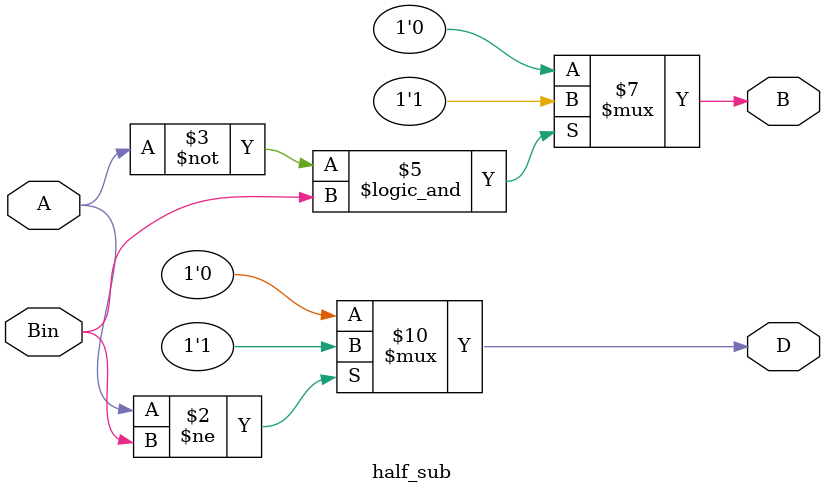
<source format=v>
module half_sub(output reg D,B,input A,Bin);
always @* begin
if (A != Bin ) begin
   D=1;
   end
   else begin
   D=0;
   end
 if(A==0 && Bin==1) begin
    B=1;
    end
    else begin
    B=0;
    end
end
endmodule
    

</source>
